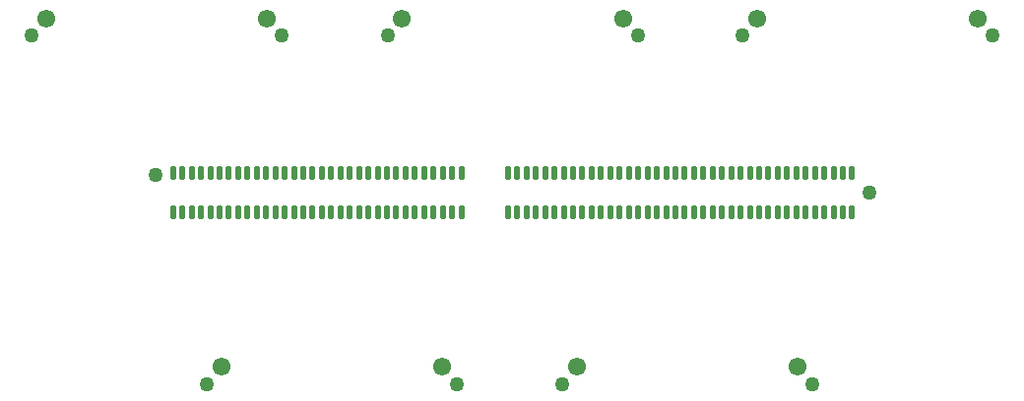
<source format=gbr>
%TF.GenerationSoftware,KiCad,Pcbnew,8.0.2-1*%
%TF.CreationDate,2024-06-18T10:28:37-04:00*%
%TF.ProjectId,Untitled,556e7469-746c-4656-942e-6b696361645f,rev?*%
%TF.SameCoordinates,Original*%
%TF.FileFunction,Soldermask,Bot*%
%TF.FilePolarity,Negative*%
%FSLAX46Y46*%
G04 Gerber Fmt 4.6, Leading zero omitted, Abs format (unit mm)*
G04 Created by KiCad (PCBNEW 8.0.2-1) date 2024-06-18 10:28:37*
%MOMM*%
%LPD*%
G01*
G04 APERTURE LIST*
G04 Aperture macros list*
%AMRoundRect*
0 Rectangle with rounded corners*
0 $1 Rounding radius*
0 $2 $3 $4 $5 $6 $7 $8 $9 X,Y pos of 4 corners*
0 Add a 4 corners polygon primitive as box body*
4,1,4,$2,$3,$4,$5,$6,$7,$8,$9,$2,$3,0*
0 Add four circle primitives for the rounded corners*
1,1,$1+$1,$2,$3*
1,1,$1+$1,$4,$5*
1,1,$1+$1,$6,$7*
1,1,$1+$1,$8,$9*
0 Add four rect primitives between the rounded corners*
20,1,$1+$1,$2,$3,$4,$5,0*
20,1,$1+$1,$4,$5,$6,$7,0*
20,1,$1+$1,$6,$7,$8,$9,0*
20,1,$1+$1,$8,$9,$2,$3,0*%
G04 Aperture macros list end*
%ADD10C,1.270000*%
%ADD11C,1.552000*%
%ADD12RoundRect,0.125000X-0.125000X-0.475000X0.125000X-0.475000X0.125000X0.475000X-0.125000X0.475000X0*%
G04 APERTURE END LIST*
D10*
%TO.C,REF\u002A\u002A4*%
X104255000Y-116500000D03*
X125745000Y-116500000D03*
D11*
X105505000Y-115000000D03*
X124495000Y-115000000D03*
%TD*%
D10*
%TO.C,REF\u002A\u002A*%
X73710000Y-116500000D03*
X95200000Y-116500000D03*
D11*
X74960000Y-115000000D03*
X93950000Y-115000000D03*
%TD*%
D10*
%TO.C,REF\u002A\u002A2*%
X119750000Y-86500000D03*
X141240000Y-86500000D03*
D11*
X121000000Y-85000000D03*
X139990000Y-85000000D03*
%TD*%
D10*
%TO.C,REF\u002A\u002A1*%
X58655000Y-86500000D03*
X80145000Y-86500000D03*
D11*
X59905000Y-85000000D03*
X78895000Y-85000000D03*
%TD*%
D10*
%TO.C,REF\u002A\u002A3*%
X89255000Y-86500000D03*
X110745000Y-86500000D03*
D11*
X90505000Y-85000000D03*
X109495000Y-85000000D03*
%TD*%
D10*
%TO.C,REF\u002A\u002A*%
X69300000Y-98500000D03*
X130700000Y-100000000D03*
D12*
X70800000Y-98300000D03*
X70800000Y-101700000D03*
X71600000Y-98300000D03*
X71600000Y-101700000D03*
X72400000Y-98300000D03*
X72400000Y-101700000D03*
X73200000Y-98300000D03*
X73200000Y-101700000D03*
X74000000Y-98300000D03*
X74000000Y-101700000D03*
X74800000Y-98300000D03*
X74800000Y-101700000D03*
X75600000Y-98300000D03*
X75600000Y-101700000D03*
X76400000Y-98300000D03*
X76400000Y-101700000D03*
X77200000Y-98300000D03*
X77200000Y-101700000D03*
X78000000Y-98300000D03*
X78000000Y-101700000D03*
X78800000Y-98300000D03*
X78800000Y-101700000D03*
X79600000Y-98300000D03*
X79600000Y-101700000D03*
X80400000Y-98300000D03*
X80400000Y-101700000D03*
X81200000Y-98300000D03*
X81200000Y-101700000D03*
X82000000Y-98300000D03*
X82000000Y-101700000D03*
X82800000Y-98300000D03*
X82800000Y-101700000D03*
X83600000Y-98300000D03*
X83600000Y-101700000D03*
X84400000Y-98300000D03*
X84400000Y-101700000D03*
X85200000Y-98300000D03*
X85200000Y-101700000D03*
X86000000Y-98300000D03*
X86000000Y-101700000D03*
X86800000Y-98300000D03*
X86800000Y-101700000D03*
X87600000Y-98300000D03*
X87600000Y-101700000D03*
X88400000Y-98300000D03*
X88400000Y-101700000D03*
X89200000Y-98300000D03*
X89200000Y-101700000D03*
X90000000Y-98300000D03*
X90000000Y-101700000D03*
X90800000Y-98300000D03*
X90800000Y-101700000D03*
X91600000Y-98300000D03*
X91600000Y-101700000D03*
X92400000Y-98300000D03*
X92400000Y-101700000D03*
X93200000Y-98300000D03*
X93200000Y-101700000D03*
X94000000Y-98300000D03*
X94000000Y-101700000D03*
X94800000Y-98300000D03*
X94800000Y-101700000D03*
X95600000Y-98300000D03*
X95600000Y-101700000D03*
X99600000Y-98300000D03*
X99600000Y-101700000D03*
X100400000Y-98300000D03*
X100400000Y-101700000D03*
X101200000Y-98300000D03*
X101200000Y-101700000D03*
X102000000Y-98300000D03*
X102000000Y-101700000D03*
X102800000Y-98300000D03*
X102800000Y-101700000D03*
X103600000Y-98300000D03*
X103600000Y-101700000D03*
X104400000Y-98300000D03*
X104400000Y-101700000D03*
X105200000Y-98300000D03*
X105200000Y-101700000D03*
X106000000Y-98300000D03*
X106000000Y-101700000D03*
X106800000Y-98300000D03*
X106800000Y-101700000D03*
X107600000Y-98300000D03*
X107600000Y-101700000D03*
X108400000Y-98300000D03*
X108400000Y-101700000D03*
X109200000Y-98300000D03*
X109200000Y-101700000D03*
X110000000Y-98300000D03*
X110000000Y-101700000D03*
X110800000Y-98300000D03*
X110800000Y-101700000D03*
X111600000Y-98300000D03*
X111600000Y-101700000D03*
X112400000Y-98300000D03*
X112400000Y-101700000D03*
X113200000Y-98300000D03*
X113200000Y-101700000D03*
X114000000Y-98300000D03*
X114000000Y-101700000D03*
X114800000Y-98300000D03*
X114800000Y-101700000D03*
X115600000Y-98300000D03*
X115600000Y-101700000D03*
X116400000Y-98300000D03*
X116400000Y-101700000D03*
X117200000Y-98300000D03*
X117200000Y-101700000D03*
X118000000Y-98300000D03*
X118000000Y-101700000D03*
X118800000Y-98300000D03*
X118800000Y-101700000D03*
X119600000Y-98300000D03*
X119600000Y-101700000D03*
X120400000Y-98300000D03*
X120400000Y-101700000D03*
X121200000Y-98300000D03*
X121200000Y-101700000D03*
X122000000Y-98300000D03*
X122000000Y-101700000D03*
X122800000Y-98300000D03*
X122800000Y-101700000D03*
X123600000Y-98300000D03*
X123600000Y-101700000D03*
X124400000Y-98300000D03*
X124400000Y-101700000D03*
X125200000Y-98300000D03*
X125200000Y-101700000D03*
X126000000Y-98300000D03*
X126000000Y-101700000D03*
X126800000Y-98300000D03*
X126800000Y-101700000D03*
X127600000Y-98300000D03*
X127600000Y-101700000D03*
X128400000Y-98300000D03*
X128400000Y-101700000D03*
X129200000Y-98300000D03*
X129200000Y-101700000D03*
%TD*%
M02*

</source>
